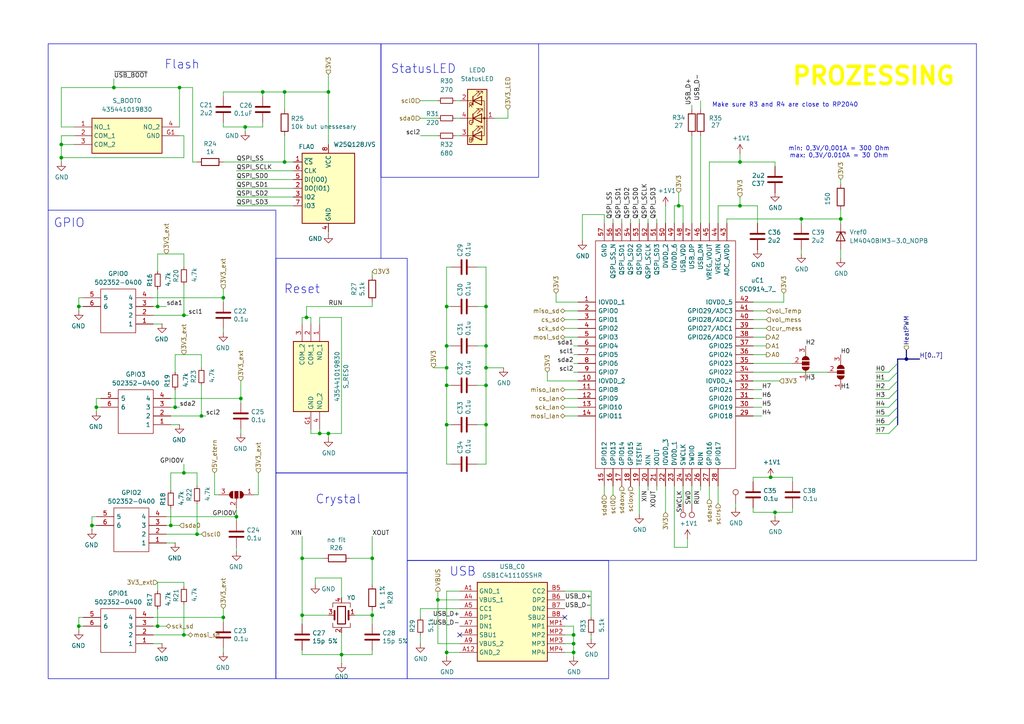
<source format=kicad_sch>
(kicad_sch (version 20231120) (generator "eeschema") (generator_version "8.0")
  (paper "A4")
  (junction (at 45.72 88.9))
  (junction (at 223.52 138.43))
  (junction (at 71.12 36.83))
  (junction (at 243.84 63.5))
  (junction (at 140.97 111.76))
  (junction (at 214.63 46.99))
  (junction (at 95.25 125.73))
  (junction (at 140.97 100.33))
  (junction (at 129.54 88.9))
  (junction (at 127 173.99))
  (junction (at 17.78 45.72))
  (junction (at 88.9 92.075))
  (junction (at 87.63 178.435))
  (junction (at 129.54 189.23))
  (junction (at 50.8 118.11))
  (junction (at 76.2 26.67))
  (junction (at 68.58 149.86))
  (junction (at 64.77 86.36))
  (junction (at 107.95 178.435))
  (junction (at 22.86 88.9))
  (junction (at 45.72 181.61))
  (junction (at 53.34 184.15))
  (junction (at 224.79 148.59))
  (junction (at 52.07 25.4))
  (junction (at 82.55 26.67))
  (junction (at 53.34 91.44))
  (junction (at 129.54 123.19))
  (junction (at 82.55 46.99))
  (junction (at 129.54 111.76))
  (junction (at 22.86 181.61))
  (junction (at 64.77 179.07))
  (junction (at 140.97 123.19))
  (junction (at 49.53 152.4))
  (junction (at 33.02 25.4))
  (junction (at 129.54 100.33))
  (junction (at 262.89 104.14))
  (junction (at 232.41 63.5))
  (junction (at 99.06 189.865))
  (junction (at 140.97 106.68))
  (junction (at 92.71 125.73))
  (junction (at 27.94 118.11))
  (junction (at 196.85 59.69))
  (junction (at 26.67 152.4))
  (junction (at 57.15 154.94))
  (junction (at 95.25 26.67))
  (junction (at 214.63 59.69))
  (junction (at 129.54 106.68))
  (junction (at 87.63 161.925))
  (junction (at 53.34 137.16))
  (junction (at 58.42 120.65))
  (junction (at 17.78 41.91))
  (junction (at 107.95 161.925))
  (junction (at 69.85 115.57))
  (junction (at 166.37 189.23))
  (junction (at 166.37 186.69))
  (junction (at 166.37 184.15))
  (junction (at 140.97 88.9))
  (no_connect (at 133.35 184.15))
  (no_connect (at 163.83 179.07))
  (bus_entry (at 257.81 115.57) (size 2.54 -2.54))
  (bus_entry (at 257.81 123.19) (size 2.54 -2.54))
  (bus_entry (at 257.81 113.03) (size 2.54 -2.54))
  (bus_entry (at 257.81 110.49) (size 2.54 -2.54))
  (bus_entry (at 257.81 118.11) (size 2.54 -2.54))
  (bus_entry (at 257.81 125.73) (size 2.54 -2.54))
  (bus_entry (at 260.35 105.41) (size -2.54 2.54))
  (bus_entry (at 257.81 120.65) (size 2.54 -2.54))
  (wire (pts (xy 254 113.03) (xy 257.81 113.03)))
  (wire (pts (xy 166.37 107.95) (xy 167.64 107.95)))
  (wire (pts (xy 163.83 189.23) (xy 166.37 189.23)))
  (wire (pts (xy 121.92 186.69) (xy 121.92 184.15)))
  (wire (pts (xy 132.08 39.37) (xy 133.35 39.37)))
  (wire (pts (xy 22.86 182.88) (xy 22.86 181.61)))
  (wire (pts (xy 229.87 105.41) (xy 218.44 105.41)))
  (wire (pts (xy 210.82 63.5) (xy 210.82 64.77)))
  (wire (pts (xy 92.71 125.73) (xy 92.71 124.46)))
  (wire (pts (xy 163.83 115.57) (xy 167.64 115.57)))
  (wire (pts (xy 88.9 88.9) (xy 107.95 88.9)))
  (polyline (pts (xy 110.49 12.7) (xy 110.49 74.93)))
  (wire (pts (xy 147.32 31.75) (xy 147.32 34.29)))
  (wire (pts (xy 58.42 102.87) (xy 58.42 106.68)))
  (wire (pts (xy 133.35 189.23) (xy 129.54 189.23)))
  (wire (pts (xy 74.93 143.51) (xy 73.66 143.51)))
  (wire (pts (xy 166.37 186.69) (xy 166.37 184.15)))
  (wire (pts (xy 87.63 178.435) (xy 87.63 180.975)))
  (wire (pts (xy 190.5 63.5) (xy 190.5 64.77)))
  (wire (pts (xy 46.99 93.98) (xy 44.45 93.98)))
  (wire (pts (xy 208.28 140.97) (xy 208.28 146.05)))
  (wire (pts (xy 50.8 113.03) (xy 50.8 118.11)))
  (wire (pts (xy 232.41 63.5) (xy 243.84 63.5)))
  (wire (pts (xy 53.34 184.15) (xy 54.61 184.15)))
  (wire (pts (xy 175.26 143.51) (xy 175.26 140.97)))
  (wire (pts (xy 129.54 190.5) (xy 129.54 189.23)))
  (wire (pts (xy 205.74 46.99) (xy 205.74 64.77)))
  (wire (pts (xy 185.42 63.5) (xy 185.42 64.77)))
  (wire (pts (xy 218.44 138.43) (xy 223.52 138.43)))
  (wire (pts (xy 163.83 97.79) (xy 167.64 97.79)))
  (wire (pts (xy 132.08 29.21) (xy 133.35 29.21)))
  (wire (pts (xy 62.23 143.51) (xy 63.5 143.51)))
  (wire (pts (xy 203.2 142.24) (xy 203.2 140.97)))
  (wire (pts (xy 195.58 140.97) (xy 195.58 158.75)))
  (wire (pts (xy 219.71 59.69) (xy 219.71 64.77)))
  (wire (pts (xy 82.55 46.99) (xy 85.09 46.99)))
  (wire (pts (xy 49.53 118.11) (xy 50.8 118.11)))
  (wire (pts (xy 130.81 134.62) (xy 129.54 134.62)))
  (wire (pts (xy 99.06 167.64) (xy 91.44 167.64)))
  (wire (pts (xy 166.37 189.23) (xy 166.37 186.69)))
  (wire (pts (xy 87.63 92.075) (xy 88.9 92.075)))
  (bus (pts (xy 260.35 104.14) (xy 262.89 104.14)))
  (wire (pts (xy 22.86 88.9) (xy 24.13 88.9)))
  (wire (pts (xy 129.54 106.68) (xy 129.54 111.76)))
  (wire (pts (xy 193.04 59.69) (xy 193.04 64.77)))
  (wire (pts (xy 64.77 83.82) (xy 64.77 86.36)))
  (wire (pts (xy 208.28 59.69) (xy 214.63 59.69)))
  (wire (pts (xy 87.63 189.865) (xy 99.06 189.865)))
  (wire (pts (xy 64.77 179.07) (xy 64.77 180.34)))
  (wire (pts (xy 88.9 92.075) (xy 88.9 88.9)))
  (wire (pts (xy 99.06 92.075) (xy 99.06 125.73)))
  (wire (pts (xy 163.83 184.15) (xy 166.37 184.15)))
  (wire (pts (xy 21.59 36.83) (xy 17.78 36.83)))
  (wire (pts (xy 64.77 36.83) (xy 64.77 35.56)))
  (wire (pts (xy 57.15 146.05) (xy 57.15 154.94)))
  (wire (pts (xy 220.98 113.03) (xy 218.44 113.03)))
  (wire (pts (xy 232.41 72.39) (xy 232.41 73.66)))
  (wire (pts (xy 99.06 189.865) (xy 107.95 189.865)))
  (wire (pts (xy 232.41 63.5) (xy 232.41 64.77)))
  (wire (pts (xy 27.94 118.11) (xy 27.94 115.57)))
  (wire (pts (xy 87.63 161.925) (xy 87.63 178.435)))
  (wire (pts (xy 44.45 91.44) (xy 53.34 91.44)))
  (wire (pts (xy 158.75 110.49) (xy 167.64 110.49)))
  (wire (pts (xy 17.78 25.4) (xy 33.02 25.4)))
  (wire (pts (xy 76.2 27.94) (xy 76.2 26.67)))
  (wire (pts (xy 17.78 39.37) (xy 17.78 41.91)))
  (wire (pts (xy 45.72 168.91) (xy 45.72 171.45)))
  (wire (pts (xy 107.95 189.865) (xy 107.95 188.595)))
  (wire (pts (xy 121.92 39.37) (xy 127 39.37)))
  (wire (pts (xy 95.25 26.67) (xy 95.25 41.91)))
  (wire (pts (xy 168.91 69.85) (xy 168.91 62.23)))
  (wire (pts (xy 222.25 100.33) (xy 218.44 100.33)))
  (wire (pts (xy 121.92 34.29) (xy 127 34.29)))
  (wire (pts (xy 138.43 88.9) (xy 140.97 88.9)))
  (wire (pts (xy 214.63 57.15) (xy 214.63 59.69)))
  (wire (pts (xy 138.43 77.47) (xy 140.97 77.47)))
  (wire (pts (xy 129.54 171.45) (xy 133.35 171.45)))
  (wire (pts (xy 44.45 181.61) (xy 45.72 181.61)))
  (wire (pts (xy 161.29 87.63) (xy 167.64 87.63)))
  (bus (pts (xy 260.35 115.57) (xy 260.35 118.11)))
  (wire (pts (xy 140.97 100.33) (xy 140.97 88.9)))
  (wire (pts (xy 88.9 92.075) (xy 90.17 92.075)))
  (wire (pts (xy 107.95 178.435) (xy 107.95 180.975)))
  (wire (pts (xy 64.77 86.36) (xy 64.77 87.63)))
  (wire (pts (xy 254 120.65) (xy 257.81 120.65)))
  (wire (pts (xy 45.72 73.66) (xy 45.72 78.74)))
  (wire (pts (xy 50.8 102.87) (xy 58.42 102.87)))
  (wire (pts (xy 49.53 137.16) (xy 49.53 142.24)))
  (wire (pts (xy 140.97 106.68) (xy 146.05 106.68)))
  (wire (pts (xy 50.8 157.48) (xy 48.26 157.48)))
  (wire (pts (xy 53.34 137.16) (xy 49.53 137.16)))
  (wire (pts (xy 229.87 139.7) (xy 229.87 138.43)))
  (wire (pts (xy 140.97 106.68) (xy 140.97 100.33)))
  (wire (pts (xy 99.06 125.73) (xy 95.25 125.73)))
  (polyline (pts (xy 156.21 12.7) (xy 283.21 12.7)))
  (wire (pts (xy 121.92 29.21) (xy 127 29.21)))
  (wire (pts (xy 163.83 118.11) (xy 167.64 118.11)))
  (wire (pts (xy 140.97 106.68) (xy 140.97 111.76)))
  (bus (pts (xy 266.7 104.14) (xy 262.89 104.14)))
  (bus (pts (xy 260.35 104.14) (xy 260.35 105.41)))
  (wire (pts (xy 127 173.99) (xy 133.35 173.99)))
  (wire (pts (xy 214.63 46.99) (xy 224.79 46.99)))
  (wire (pts (xy 218.44 115.57) (xy 220.98 115.57)))
  (wire (pts (xy 224.79 148.59) (xy 229.87 148.59)))
  (wire (pts (xy 166.37 190.5) (xy 166.37 189.23)))
  (wire (pts (xy 254 123.19) (xy 257.81 123.19)))
  (wire (pts (xy 185.42 149.225) (xy 185.42 140.97)))
  (bus (pts (xy 260.35 118.11) (xy 260.35 120.65)))
  (bus (pts (xy 260.35 115.57) (xy 260.35 113.03)))
  (wire (pts (xy 177.8 63.5) (xy 177.8 64.77)))
  (wire (pts (xy 92.71 125.73) (xy 90.17 125.73)))
  (wire (pts (xy 33.02 22.86) (xy 33.02 25.4)))
  (wire (pts (xy 27.94 115.57) (xy 29.21 115.57)))
  (wire (pts (xy 85.09 59.69) (xy 68.58 59.69)))
  (wire (pts (xy 129.54 100.33) (xy 129.54 106.68)))
  (wire (pts (xy 44.45 179.07) (xy 64.77 179.07)))
  (wire (pts (xy 107.95 169.545) (xy 107.95 161.925)))
  (wire (pts (xy 82.55 26.67) (xy 95.25 26.67)))
  (wire (pts (xy 138.43 134.62) (xy 140.97 134.62)))
  (wire (pts (xy 222.25 102.87) (xy 218.44 102.87)))
  (wire (pts (xy 158.75 107.95) (xy 158.75 110.49)))
  (wire (pts (xy 166.37 102.87) (xy 167.64 102.87)))
  (wire (pts (xy 218.44 118.11) (xy 220.98 118.11)))
  (wire (pts (xy 127 171.45) (xy 127 173.99)))
  (wire (pts (xy 166.37 105.41) (xy 167.64 105.41)))
  (wire (pts (xy 224.79 46.99) (xy 224.79 48.26)))
  (wire (pts (xy 45.72 168.91) (xy 53.34 168.91)))
  (wire (pts (xy 147.32 34.29) (xy 143.51 34.29)))
  (wire (pts (xy 200.66 30.48) (xy 200.66 31.75)))
  (wire (pts (xy 49.53 147.32) (xy 49.53 152.4)))
  (bus (pts (xy 260.35 105.41) (xy 260.35 107.95)))
  (wire (pts (xy 53.34 134.62) (xy 53.34 137.16)))
  (wire (pts (xy 130.81 123.19) (xy 129.54 123.19)))
  (wire (pts (xy 45.72 88.9) (xy 48.26 88.9)))
  (wire (pts (xy 55.88 46.99) (xy 57.15 46.99)))
  (wire (pts (xy 95.25 125.73) (xy 92.71 125.73)))
  (wire (pts (xy 254 125.73) (xy 257.81 125.73)))
  (wire (pts (xy 166.37 100.33) (xy 167.64 100.33)))
  (wire (pts (xy 85.09 52.07) (xy 68.58 52.07)))
  (wire (pts (xy 99.06 192.405) (xy 99.06 189.865)))
  (wire (pts (xy 87.63 92.075) (xy 87.63 93.98)))
  (wire (pts (xy 129.54 88.9) (xy 129.54 77.47)))
  (wire (pts (xy 64.77 176.53) (xy 64.77 179.07)))
  (wire (pts (xy 163.83 113.03) (xy 167.64 113.03)))
  (wire (pts (xy 163.83 120.65) (xy 167.64 120.65)))
  (wire (pts (xy 140.97 111.76) (xy 140.97 123.19)))
  (wire (pts (xy 45.72 83.82) (xy 45.72 88.9)))
  (wire (pts (xy 227.33 87.63) (xy 218.44 87.63)))
  (wire (pts (xy 92.71 92.075) (xy 99.06 92.075)))
  (wire (pts (xy 44.45 184.15) (xy 53.34 184.15)))
  (wire (pts (xy 166.37 181.61) (xy 163.83 181.61)))
  (wire (pts (xy 17.78 39.37) (xy 21.59 39.37)))
  (wire (pts (xy 53.34 45.72) (xy 17.78 45.72)))
  (wire (pts (xy 243.84 72.39) (xy 243.84 74.93)))
  (wire (pts (xy 27.94 118.11) (xy 29.21 118.11)))
  (bus (pts (xy 262.89 104.14) (xy 262.89 101.6)))
  (wire (pts (xy 87.63 155.575) (xy 87.63 161.925)))
  (wire (pts (xy 138.43 100.33) (xy 140.97 100.33)))
  (wire (pts (xy 48.26 152.4) (xy 49.53 152.4)))
  (wire (pts (xy 102.87 178.435) (xy 107.95 178.435)))
  (wire (pts (xy 127 186.69) (xy 133.35 186.69)))
  (wire (pts (xy 187.96 140.97) (xy 187.96 142.24)))
  (wire (pts (xy 182.88 63.5) (xy 182.88 64.77)))
  (wire (pts (xy 132.08 34.29) (xy 133.35 34.29)))
  (wire (pts (xy 58.42 111.76) (xy 58.42 120.65)))
  (wire (pts (xy 82.55 31.75) (xy 82.55 26.67)))
  (wire (pts (xy 229.87 148.59) (xy 229.87 147.32)))
  (polyline (pts (xy 283.21 12.7) (xy 283.21 162.56)))
  (wire (pts (xy 210.82 63.5) (xy 232.41 63.5)))
  (wire (pts (xy 69.85 115.57) (xy 69.85 116.84)))
  (wire (pts (xy 166.37 184.15) (xy 166.37 181.61)))
  (wire (pts (xy 140.97 88.9) (xy 140.97 77.47)))
  (wire (pts (xy 87.63 189.865) (xy 87.63 188.595)))
  (wire (pts (xy 45.72 73.66) (xy 53.34 73.66)))
  (wire (pts (xy 214.63 59.69) (xy 219.71 59.69)))
  (wire (pts (xy 26.67 153.67) (xy 26.67 152.4)))
  (wire (pts (xy 195.58 59.69) (xy 196.85 59.69)))
  (wire (pts (xy 26.67 152.4) (xy 27.94 152.4)))
  (wire (pts (xy 76.2 36.83) (xy 76.2 35.56)))
  (wire (pts (xy 33.02 25.4) (xy 52.07 25.4)))
  (wire (pts (xy 22.86 88.9) (xy 22.86 86.36)))
  (wire (pts (xy 130.81 88.9) (xy 129.54 88.9)))
  (wire (pts (xy 107.95 80.01) (xy 107.95 78.74)))
  (wire (pts (xy 53.34 82.55) (xy 53.34 91.44)))
  (polyline (pts (xy 13.97 12.7) (xy 110.49 12.7)))
  (wire (pts (xy 196.85 55.88) (xy 196.85 59.69)))
  (wire (pts (xy 71.12 36.83) (xy 76.2 36.83)))
  (wire (pts (xy 195.58 158.75) (xy 199.39 158.75)))
  (wire (pts (xy 92.71 93.98) (xy 92.71 92.075)))
  (wire (pts (xy 22.86 179.07) (xy 24.13 179.07)))
  (wire (pts (xy 171.45 171.45) (xy 171.45 179.07)))
  (wire (pts (xy 200.66 140.97) (xy 200.66 146.05)))
  (wire (pts (xy 22.86 181.61) (xy 24.13 181.61)))
  (polyline (pts (xy 13.97 60.96) (xy 13.97 12.7)))
  (wire (pts (xy 222.25 97.79) (xy 218.44 97.79)))
  (wire (pts (xy 163.83 186.69) (xy 166.37 186.69)))
  (wire (pts (xy 64.77 46.99) (xy 82.55 46.99)))
  (wire (pts (xy 254 110.49) (xy 257.81 110.49)))
  (wire (pts (xy 168.91 62.23) (xy 175.26 62.23)))
  (wire (pts (xy 64.77 26.67) (xy 64.77 27.94)))
  (wire (pts (xy 95.25 67.945) (xy 95.25 67.31)))
  (wire (pts (xy 254 118.11) (xy 257.81 118.11)))
  (wire (pts (xy 243.84 63.5) (xy 243.84 64.77)))
  (wire (pts (xy 53.34 175.26) (xy 53.34 184.15)))
  (wire (pts (xy 130.81 100.33) (xy 129.54 100.33)))
  (wire (pts (xy 223.52 138.43) (xy 229.87 138.43)))
  (wire (pts (xy 107.95 88.9) (xy 107.95 87.63)))
  (wire (pts (xy 208.28 59.69) (xy 208.28 64.77)))
  (wire (pts (xy 17.78 41.91) (xy 17.78 45.72)))
  (wire (pts (xy 163.83 171.45) (xy 171.45 171.45)))
  (wire (pts (xy 195.58 59.69) (xy 195.58 64.77)))
  (wire (pts (xy 69.85 125.73) (xy 69.85 124.46)))
  (wire (pts (xy 68.58 149.86) (xy 68.58 151.13)))
  (wire (pts (xy 76.2 26.67) (xy 64.77 26.67)))
  (wire (pts (xy 90.17 93.98) (xy 90.17 92.075)))
  (wire (pts (xy 138.43 111.76) (xy 140.97 111.76)))
  (wire (pts (xy 203.2 64.77) (xy 203.2 39.37)))
  (wire (pts (xy 44.45 88.9) (xy 45.72 88.9)))
  (wire (pts (xy 49.53 152.4) (xy 52.07 152.4)))
  (wire (pts (xy 161.29 85.09) (xy 161.29 87.63)))
  (wire (pts (xy 227.33 85.09) (xy 227.33 87.63)))
  (wire (pts (xy 130.81 77.47) (xy 129.54 77.47)))
  (wire (pts (xy 62.23 137.16) (xy 62.23 143.51)))
  (wire (pts (xy 129.54 100.33) (xy 129.54 88.9)))
  (wire (pts (xy 129.54 189.23) (xy 129.54 171.45)))
  (wire (pts (xy 45.72 176.53) (xy 45.72 181.61)))
  (wire (pts (xy 55.88 25.4) (xy 52.07 25.4)))
  (wire (pts (xy 130.81 111.76) (xy 129.54 111.76)))
  (wire (pts (xy 22.86 181.61) (xy 22.86 179.07)))
  (wire (pts (xy 71.12 36.83) (xy 71.12 38.1)))
  (wire (pts (xy 17.78 36.83) (xy 17.78 25.4)))
  (wire (pts (xy 95.25 127) (xy 95.25 125.73)))
  (wire (pts (xy 22.86 90.17) (xy 22.86 88.9)))
  (wire (pts (xy 107.95 155.575) (xy 107.95 161.925)))
  (wire (pts (xy 50.8 118.11) (xy 52.07 118.11)))
  (wire (pts (xy 213.36 146.05) (xy 213.36 147.32)))
  (wire (pts (xy 48.26 154.94) (xy 57.15 154.94)))
  (wire (pts (xy 218.44 148.59) (xy 224.79 148.59)))
  (wire (pts (xy 64.77 189.23) (xy 64.77 187.96)))
  (bus (pts (xy 260.35 110.49) (xy 260.35 113.03)))
  (wire (pts (xy 58.42 120.65) (xy 59.69 120.65)))
  (wire (pts (xy 214.63 46.99) (xy 214.63 44.45)))
  (wire (pts (xy 177.8 143.51) (xy 177.8 140.97)))
  (wire (pts (xy 50.8 102.87) (xy 50.8 107.95)))
  (wire (pts (xy 218.44 110.49) (xy 226.06 110.49)))
  (wire (pts (xy 64.77 36.83) (xy 71.12 36.83)))
  (wire (pts (xy 187.96 63.5) (xy 187.96 64.77)))
  (wire (pts (xy 218.44 147.32) (xy 218.44 148.59)))
  (wire (pts (xy 64.77 96.52) (xy 64.77 95.25)))
  (wire (pts (xy 107.95 178.435) (xy 107.95 177.165)))
  (wire (pts (xy 68.58 147.32) (xy 68.58 149.86)))
  (bus (pts (xy 260.35 120.65) (xy 260.35 123.19)))
  (wire (pts (xy 163.83 90.17) (xy 167.64 90.17)))
  (wire (pts (xy 53.34 39.37) (xy 53.34 45.72)))
  (wire (pts (xy 85.09 54.61) (xy 68.58 54.61)))
  (wire (pts (xy 199.39 156.21) (xy 199.39 158.75)))
  (wire (pts (xy 254 115.57) (xy 257.81 115.57)))
  (wire (pts (xy 140.97 123.19) (xy 140.97 134.62)))
  (wire (pts (xy 107.95 161.925) (xy 101.6 161.925)))
  (wire (pts (xy 198.12 140.97) (xy 198.12 146.05)))
  (wire (pts (xy 93.98 161.925) (xy 87.63 161.925)))
  (wire (pts (xy 55.88 25.4) (xy 55.88 46.99)))
  (wire (pts (xy 99.06 189.865) (xy 99.06 183.515)))
  (wire (pts (xy 240.03 107.95) (xy 218.44 107.95)))
  (wire (pts (xy 85.09 57.15) (xy 68.58 57.15)))
  (wire (pts (xy 171.45 184.15) (xy 171.45 185.42)))
  (wire (pts (xy 68.58 160.02) (xy 68.58 158.75)))
  (wire (pts (xy 90.17 125.73) (xy 90.17 124.46)))
  (wire (pts (xy 138.43 123.19) (xy 140.97 123.19)))
  (wire (pts (xy 46.99 186.69) (xy 44.45 186.69)))
  (wire (pts (xy 53.34 73.66) (xy 53.34 77.47)))
  (wire (pts (xy 222.25 90.17) (xy 218.44 90.17)))
  (wire (pts (xy 52.07 123.19) (xy 49.53 123.19)))
  (wire (pts (xy 222.25 92.71) (xy 218.44 92.71)))
  (wire (pts (xy 76.2 26.67) (xy 82.55 26.67)))
  (wire (pts (xy 193.04 140.97) (xy 193.04 148.59)))
  (wire (pts (xy 53.34 137.16) (xy 57.15 137.16)))
  (wire (pts (xy 257.81 107.95) (xy 254 107.95)))
  (wire (pts (xy 95.25 21.59) (xy 95.25 26.67)))
  (wire (pts (xy 91.44 167.64) (xy 91.44 169.545)))
  (wire (pts (xy 222.25 95.25) (xy 218.44 95.25)))
  (wire (pts (xy 26.67 149.86) (xy 27.94 149.86)))
  (wire (pts (xy 125.73 106.68) (xy 129.54 106.68)))
  (wire (pts (xy 99.06 173.355) (xy 99.06 167.64)))
  (wire (pts (xy 190.5 142.24) (xy 190.5 140.97)))
  (wire (pts (xy 198.12 59.69) (xy 198.12 64.77)))
  (wire (pts (xy 218.44 139.7) (xy 218.44 138.43)))
  (wire (pts (xy 22.86 86.36) (xy 24.13 86.36)))
  (wire (pts (xy 243.84 52.07) (xy 243.84 53.34)))
  (wire (pts (xy 205.74 140.97) (xy 205.74 144.78)))
  (wire (pts (xy 203.2 29.21) (xy 203.2 31.75)))
  (wire (pts (xy 17.78 41.91) (xy 21.59 41.91)))
  (wire (pts (xy 163.83 92.71) (xy 167.64 92.71)))
  (wire (pts (xy 121.92 176.53) (xy 121.92 179.07)))
  (wire (pts (xy 243.84 60.96) (xy 243.84 63.5)))
  (wire (pts (xy 127 173.99) (xy 127 186.69)))
  (wire (pts (xy 224.79 148.59) (xy 224.79 149.86)))
  (wire (pts (xy 180.34 63.5) (xy 180.34 64.77)))
  (wire (pts (xy 53.34 168.91) (xy 53.34 170.18)))
  (wire (pts (xy 57.15 154.94) (xy 58.42 154.94)))
  (wire (pts (xy 57.15 137.16) (xy 57.15 140.97)))
  (wire (pts (xy 163.83 95.25) (xy 167.64 95.25)))
  (wire (pts (xy 129.54 123.19) (xy 129.54 111.76)))
  (wire (pts (xy 48.26 149.86) (xy 68.58 149.86)))
  (wire (pts (xy 200.66 64.77) (xy 200.66 39.37)))
  (wire (pts (xy 196.85 59.69) (xy 198.12 59.69)))
  (wire (pts (xy 17.78 46.99) (xy 17.78 45.72)))
  (wire (pts (xy 68.58 49.53) (xy 85.09 49.53)))
  (wire (pts (xy 129.54 134.62) (xy 129.54 123.19)))
  (wire (pts (xy 175.26 62.23) (xy 175.26 64.77)))
  (wire (pts (xy 53.34 91.44) (xy 54.61 91.44)))
  (wire (pts (xy 49.53 120.65) (xy 58.42 120.65)))
  (wire (pts (xy 74.93 137.16) (xy 74.93 143.51)))
  (wire (pts (xy 205.74 46.99) (xy 214.63 46.99)))
  (wire (pts (xy 26.67 152.4) (xy 26.67 149.86)))
  (wire (pts (xy 45.72 181.61) (xy 48.26 181.61)))
  (wire (pts (xy 49.53 115.57) (xy 69.85 115.57)))
  (polyline (pts (xy 118.11 162.56) (xy 283.21 162.56)))
  (wire (pts (xy 44.45 86.36) (xy 64.77 86.36)))
  (wire (pts (xy 218.44 120.65) (xy 220.98 120.65)))
  (wire (pts (xy 82.55 39.37) (xy 82.55 46.99)))
  (wire (pts (xy 27.94 119.38) (xy 27.94 118.11)))
  (wire (pts (xy 53.34 39.37) (xy 52.07 39.37)))
  (wire (pts (xy 52.07 25.4) (xy 52.07 36.83)))
  (bus (pts (xy 260.35 107.95) (xy 260.35 110.49)))
  (wire (pts (xy 87.63 178.435) (xy 95.25 178.435)))
  (wire (pts (xy 69.85 110.49) (xy 69.85 115.57)))
  (wire (pts (xy 121.92 176.53) (xy 133.35 176.53)))
  (rectangle (start 80.01 74.93) (end 118.11 137.16))
  (rectangle (start 80.01 137.16) (end 118.11 196.85))
  (rectangle (start 13.97 60.96) (end 80.01 196.85))
  (rectangle (start 118.11 162.56) (end 176.53 196.85))
  (rectangle (start 110.49 12.7) (end 156.21 51.435))
  (text "Reset" (at 82.296 85.471 0) (effects (font (size 2.54 2.54)) (justify left bottom)))
  (text "min: 0,3V/0,001A = 300 Ohm\nmax: 0,3V/0.010A = 30 Ohm" (at 243.332 44.196 0) (effects (font (size 1.27 1.27))))
  (text "StatusLED" (at 113.284 21.59 0) (effects (font (size 2.54 2.54)) (justify left bottom)))
  (text "Crystal" (at 91.44 146.431 0) (effects (font (size 2.54 2.54)) (justify left bottom)))
  (text "Flash" (at 47.625 20.32 0) (effects (font (size 2.54 2.54)) (justify left bottom)))
  (text "USB" (at 130.302 167.386 0) (effects (font (size 2.54 2.54)) (justify left bottom)))
  (text "Make sure R3 and R4 are close to RP2040" (at 248.92 31.242 0) (effects (font (size 1.27 1.27)) (justify right bottom)))
  (text "PROZESSING" (at 229.362 25.146 0) (effects (font (size 5 5) (thickness 1) (bold yes)) (justify left bottom)))
  (text "GPIO" (at 15.494 66.294 0) (effects (font (size 2.54 2.54)) (justify left bottom)))
  (label "QSPI_SS" (at 177.8 63.5 90))
  (label "USB_D+" (at 133.35 179.07 180))
  (label "QSPI_SD3" (at 68.58 59.69 0))
  (label "XOUT" (at 190.5 142.24 270))
  (label "QSPI_SS" (at 68.58 46.99 0))
  (label "QSPI_SD0" (at 68.58 52.07 0))
  (label "QSPI_SCLK" (at 187.96 63.5 90))
  (label "QSPI_SCLK" (at 68.58 49.53 0))
  (label "SWD" (at 200.66 142.24 270))
  (label "H6" (at 254 123.19 0))
  (label "RUN" (at 203.2 142.24 270))
  (label "scl1" (at 166.37 102.87 180))
  (label "H1" (at 254 110.49 0))
  (label "XIN" (at 87.63 155.575 180))
  (label "sda1" (at 166.37 100.33 180))
  (label "H3" (at 233.68 110.49 0))
  (label "H4" (at 254 118.11 0))
  (label "QSPI_SD0" (at 185.42 63.5 90))
  (label "sda1" (at 48.26 88.9 0))
  (label "GPIO0V" (at 53.34 134.62 180))
  (label "scl1" (at 54.61 91.44 0))
  (label "XOUT" (at 107.95 155.575 0))
  (label "H2" (at 233.68 100.33 0))
  (label "USB_D-" (at 203.2 29.21 90))
  (label "H[0..7]" (at 266.7 104.14 0))
  (label "SWCLK" (at 198.12 142.24 270))
  (label "~{USB_BOOT}" (at 33.02 22.86 0))
  (label "H1" (at 243.84 113.03 0))
  (label "H2" (at 254 113.03 0))
  (label "scl2" (at 166.37 107.95 180))
  (label "H4" (at 220.98 120.65 0))
  (label "H6" (at 220.98 115.57 0))
  (label "H7" (at 254 125.73 0))
  (label "QSPI_SD1" (at 180.34 63.5 90))
  (label "H5" (at 254 120.65 0))
  (label "XIN" (at 187.96 142.24 270))
  (label "H0" (at 254 107.95 0))
  (label "scl2" (at 59.69 120.65 0))
  (label "USB_D+" (at 163.83 173.99 0))
  (label "QSPI_SD2" (at 182.88 63.5 90))
  (label "USB_D+" (at 200.66 30.48 90))
  (label "USB_D-" (at 163.83 176.53 0))
  (label "H7" (at 220.98 113.03 0))
  (label "H5" (at 220.98 118.11 0))
  (label "QSPI_SD3" (at 190.5 63.5 90))
  (label "RUN" (at 95.25 88.9 0))
  (label "H0" (at 243.84 102.87 0))
  (label "scl2" (at 121.92 39.37 180))
  (label "GPIO0V" (at 68.58 149.86 180))
  (label "sda2" (at 52.07 118.11 0))
  (label "USB_D-" (at 133.35 181.61 180))
  (label "H3" (at 254 115.57 0))
  (label "QSPI_SD1" (at 68.58 54.61 0))
  (label "sda2" (at 166.37 105.41 180))
  (label "QSPI_SD2" (at 68.58 57.15 0))
  (hierarchical_label "sdaoxy" (shape input) (at 180.34 140.97 270))
  (hierarchical_label "mosi_sd" (shape bidirectional) (at 163.83 97.79 180))
  (hierarchical_label "3V3_ext" (shape input) (at 53.34 102.87 90))
  (hierarchical_label "cur_mess" (shape input) (at 222.25 95.25 0))
  (hierarchical_label "3V3" (shape input) (at 95.25 21.59 90))
  (hierarchical_label "3V3_ext" (shape input) (at 48.26 73.66 90))
  (hierarchical_label "cs_lan" (shape bidirectional) (at 163.83 115.57 180))
  (hierarchical_label "A2" (shape output) (at 222.25 97.79 0))
  (hierarchical_label "scl0" (shape input) (at 121.92 29.21 180))
  (hierarchical_label "3V3_ext" (shape input) (at 64.77 83.82 90))
  (hierarchical_label "3V3" (shape input) (at 226.06 110.49 0))
  (hierarchical_label "3V3_ext" (shape input) (at 45.72 168.91 180))
  (hierarchical_label "3V3_ext" (shape input) (at 74.93 137.16 90))
  (hierarchical_label "3V3" (shape input) (at 161.29 85.09 90))
  (hierarchical_label "3V3_LED" (shape input) (at 147.32 31.75 90))
  (hierarchical_label "3V3" (shape input) (at 227.33 85.09 90))
  (hierarchical_label "sda0" (shape input) (at 175.26 143.51 270))
  (hierarchical_label "VBUS" (shape output) (at 127 171.45 90))
  (hierarchical_label "3V3" (shape input) (at 214.63 57.15 90))
  (hierarchical_label "sck_lan" (shape bidirectional) (at 163.83 118.11 180))
  (hierarchical_label "3V3" (shape input) (at 243.84 52.07 90))
  (hierarchical_label "miso_sd" (shape bidirectional) (at 163.83 90.17 180))
  (hierarchical_label "vol_mess" (shape input) (at 222.25 92.71 0))
  (hierarchical_label "3V3" (shape input) (at 158.75 107.95 90))
  (hierarchical_label "A0" (shape output) (at 222.25 102.87 0))
  (hierarchical_label "3V3" (shape input) (at 107.95 78.74 0))
  (hierarchical_label "miso_lan" (shape bidirectional) (at 163.83 113.03 180))
  (hierarchical_label "mosi_lan" (shape bidirectional) (at 163.83 120.65 180))
  (hierarchical_label "sck_sd" (shape bidirectional) (at 163.83 95.25 180))
  (hierarchical_label "sclrs" (shape input) (at 208.28 146.05 270))
  (hierarchical_label "sdars" (shape input) (at 205.74 144.78 270))
  (hierarchical_label "3V3_ext" (shape input) (at 64.77 176.53 90))
  (hierarchical_label "3V3_ext" (shape input) (at 69.85 110.49 90))
  (hierarchical_label "sda0" (shape input) (at 52.07 152.4 0))
  (hierarchical_label "5V_etern" (shape input) (at 62.23 137.16 90))
  (hierarchical_label "scl0" (shape input) (at 58.42 154.94 0))
  (hierarchical_label "scl0" (shape input) (at 177.8 143.51 270))
  (hierarchical_label "3V3" (shape input) (at 193.04 148.59 270))
  (hierarchical_label "3V3" (shape input) (at 125.73 106.68 90))
  (hierarchical_label "cs_sd" (shape bidirectional) (at 163.83 92.71 180))
  (hierarchical_label "A1" (shape output) (at 222.25 100.33 0))
  (hierarchical_label "scloxy" (shape input) (at 182.88 140.97 270))
  (hierarchical_label "mosi_sd" (shape bidirectional) (at 54.61 184.15 0))
  (hierarchical_label "vol_Temp" (shape input) (at 222.25 90.17 0))
  (hierarchical_label "sck_sd" (shape bidirectional) (at 48.26 181.61 0))
  (hierarchical_label "sda0" (shape input) (at 121.92 34.29 180))
  (hierarchical_label "3V3" (shape input) (at 196.85 55.88 90))
  (hierarchical_label "HeatPWM" (shape input) (at 262.89 101.6 90))
  (symbol (lib_id "SymbolsBalloonv4:GND") (at 69.85 125.73 0) (mirror y) (unit 1)
    (property "Reference" "#PWR038" (effects (hide yes)))
    (property "Value" "GND" (at 69.723 130.1242 0))
    (property "Description" "Power symbol creates a global label with name \"GND\" , ground" (effects (hide yes)))
  )
  (symbol (lib_id "SymbolsBalloonv4:GND") (at 185.42 149.225 0) (unit 1)
    (property "Reference" "#PWR050" (effects (hide yes)))
    (property "Value" "GND" (at 185.547 153.6192 0))
    (property "Description" "Power symbol creates a global label with name \"GND\" , ground" (effects (hide yes)))
  )
  (symbol (lib_id "SymbolsBalloonv4:R_Small") (at 129.54 34.29 270) (unit 1)
    (property "Reference" "R31" (at 125.476 33.02 90))
    (property "Value" "220" (at 125.476 35.56 90))
    (property "Footprint" "Resistor_SMD:R_0603_1608Metric_Pad0.98x0.95mm_HandSolder" (effects (hide yes)))
    (property "Description" "Resistor, small symbol" (effects (hide yes)))
  )
  (symbol (lib_id "SymbolsBalloonv4:C") (at 134.62 134.62 90) (unit 1)
    (property "Reference" "C34" (at 133.4516 131.699 0) (effects (justify left)))
    (property "Value" "0.1u" (at 135.763 131.699 0) (effects (justify left)))
    (property "Footprint" "Capacitor_SMD:C_0402_1005Metric_Pad0.74x0.62mm_HandSolder" (effects (hide yes)))
    (property "Description" "Unpolarized capacitor" (effects (hide yes)))
  )
  (symbol (lib_id "SymbolsBalloonv4:C") (at 229.87 143.51 0) (unit 1)
    (property "Reference" "C38" (at 232.791 142.3416 0) (effects (justify left)))
    (property "Value" "0.1u" (at 232.791 144.653 0) (effects (justify left)))
    (property "Footprint" "Capacitor_SMD:C_0402_1005Metric_Pad0.74x0.62mm_HandSolder" (effects (hide yes)))
    (property "Description" "Unpolarized capacitor" (effects (hide yes)))
  )
  (symbol (lib_id "SymbolsBalloonv4:R") (at 107.95 173.355 180) (unit 1)
    (property "Reference" "R28" (at 113.2078 173.355 90))
    (property "Value" "1k  1%" (at 110.8964 173.355 90))
    (property "Footprint" "Resistor_SMD:R_0603_1608Metric_Pad0.98x0.95mm_HandSolder" (effects (hide yes)))
    (property "Description" "Resistor" (effects (hide yes)))
  )
  (symbol (lib_id "SymbolsBalloonv4:R") (at 60.96 46.99 270) (unit 1)
    (property "Reference" "R24" (at 60.96 41.7322 90))
    (property "Value" "1k" (at 60.96 44.0436 90))
    (property "Footprint" "Resistor_SMD:R_0603_1608Metric_Pad0.98x0.95mm_HandSolder" (effects (hide yes)))
    (property "Description" "Resistor" (effects (hide yes)))
  )
  (symbol (lib_id "SymbolsBalloonv4:C") (at 134.62 111.76 90) (unit 1)
    (property "Reference" "C32" (at 133.4516 108.839 0) (effects (justify left)))
    (property "Value" "0.1u" (at 135.763 108.839 0) (effects (justify left)))
    (property "Footprint" "Capacitor_SMD:C_0402_1005Metric_Pad0.74x0.62mm_HandSolder" (effects (hide yes)))
    (property "Description" "Unpolarized capacitor" (effects (hide yes)))
  )
  (symbol (lib_id "SymbolsBalloonv4:C") (at 219.71 68.58 0) (unit 1)
    (property "Reference" "C36" (at 222.631 67.4116 0) (effects (justify left)))
    (property "Value" "2u2" (at 222.631 69.723 0) (effects (justify left)))
    (property "Footprint" "Capacitor_SMD:C_0805_2012Metric_Pad1.18x1.45mm_HandSolder" (effects (hide yes)))
    (property "Description" "Unpolarized capacitor" (effects (hide yes)))
  )
  (symbol (lib_id "SymbolsBalloonv4:C") (at 69.85 120.65 0) (unit 1)
    (property "Reference" "C25" (at 72.771 119.4816 0) (effects (justify left)))
    (property "Value" "0.1u" (at 72.771 121.793 0) (effects (justify left)))
    (property "Footprint" "Capacitor_SMD:C_0402_1005Metric_Pad0.74x0.62mm_HandSolder" (effects (hide yes)))
    (property "Description" "Unpolarized capacitor" (effects (hide yes)))
  )
  (symbol (lib_id "SymbolsBalloonv4:GND") (at 219.71 72.39 0) (unit 1)
    (property "Reference" "#PWR055" (effects (hide yes)))
    (property "Value" "GND" (at 219.837 76.7842 0))
    (property "Description" "Power symbol creates a global label with name \"GND\" , ground" (effects (hide yes)))
  )
  (symbol (lib_id "SymbolsBalloonv4:GND") (at 22.86 182.88 0) (mirror y) (unit 1)
    (property "Reference" "#PWR028" (effects (hide yes)))
    (property "Value" "GND" (at 22.733 187.2742 0))
    (property "Description" "Power symbol creates a global label with name \"GND\" , ground" (effects (hide yes)))
  )
  (symbol (lib_id "SymbolsBalloonv4:GND") (at 213.36 147.32 0) (unit 1)
    (property "Reference" "#PWR053" (effects (hide yes)))
    (property "Value" "GND" (at 213.487 151.7142 0))
    (property "Description" "Power symbol creates a global label with name \"GND\" , ground" (effects (hide yes)))
  )
  (symbol (lib_id "SymbolsBalloonv4:C") (at 64.77 31.75 180) (unit 1)
    (property "Reference" "C21" (at 61.722 30.4546 0) (effects (justify left)))
    (property "Value" "2u2" (at 61.722 32.766 0) (effects (justify left)))
    (property "Footprint" "Capacitor_SMD:C_0805_2012Metric_Pad1.18x1.45mm_HandSolder" (effects (hide yes)))
    (property "Description" "Unpolarized capacitor" (effects (hide yes)))
  )
  (symbol (lib_id "SymbolsBalloonv4:R_Small") (at 53.34 80.01 180) (unit 1)
    (property "Reference" "R20" (at 51.054 80.01 90))
    (property "Value" "4.7k" (at 56.388 79.756 90))
    (property "Footprint" "Resistor_SMD:R_0603_1608Metric_Pad0.98x0.95mm_HandSolder" (effects (hide yes)))
    (property "Description" "Resistor, small symbol" (effects (hide yes)))
  )
  (symbol (lib_id "SymbolsBalloonv4:C") (at 134.62 88.9 90) (unit 1)
    (property "Reference" "C30" (at 133.4516 85.979 0) (effects (justify left)))
    (property "Value" "0.1u" (at 135.763 85.979 0) (effects (justify left)))
    (property "Footprint" "Capacitor_SMD:C_0402_1005Metric_Pad0.74x0.62mm_HandSolder" (effects (hide yes)))
    (property "Description" "Unpolarized capacitor" (effects (hide yes)))
  )
  (symbol (lib_id "SymbolsBalloonv4:GND") (at 121.92 186.69 0) (unit 1)
    (property "Reference" "#PWR044" (effects (hide yes)))
    (property "Value" "GND" (at 122.047 191.0842 0))
    (property "Description" "Power symbol creates a global label with name \"GND\" , ground" (effects (hide yes)))
  )
  (symbol (lib_id "SymbolsBalloonv4:R_Small") (at 49.53 144.78 180) (unit 1)
    (property "Reference" "R18" (at 47.244 144.78 90))
    (property "Value" "4.7k" (at 52.578 144.526 90))
    (property "Footprint" "Resistor_SMD:R_0603_1608Metric_Pad0.98x0.95mm_HandSolder" (effects (hide yes)))
    (property "Description" "Resistor, small symbol" (effects (hide yes)))
  )
  (symbol (lib_id "SymbolsBalloonv4:C") (at 64.77 184.15 0) (unit 1)
    (property "Reference" "C23" (at 67.691 182.9816 0) (effects (justify left)))
    (property "Value" "0.1u" (at 67.691 185.293 0) (effects (justify left)))
    (property "Footprint" "Capacitor_SMD:C_0402_1005Metric_Pad0.74x0.62mm_HandSolder" (effects (hide yes)))
    (property "Description" "Unpolarized capacitor" (effects (hide yes)))
  )
  (symbol (lib_id "SymbolsBalloonv4:R") (at 97.79 161.925 90) (unit 1)
    (property "Reference" "R26" (at 97.536 158.9024 90))
    (property "Value" "no fit" (at 97.536 156.591 90))
    (property "Footprint" "Resistor_SMD:R_0402_1005Metric_Pad0.72x0.64mm_HandSolder" (effects (hide yes)))
    (property "Description" "Resistor" (effects (hide yes)))
  )
  (symbol (lib_id "SymbolsBalloonv4:GND") (at 64.77 96.52 0) (mirror y) (unit 1)
    (property "Reference" "#PWR035" (effects (hide yes)))
    (property "Value" "GND" (at 64.643 100.9142 0))
    (property "Description" "Power symbol creates a global label with name \"GND\" , ground" (effects (hide yes)))
  )
  (symbol (lib_id "SymbolsBalloonv4:C") (at 134.62 77.47 90) (unit 1)
    (property "Reference" "C29" (at 133.4516 74.549 0) (effects (justify left)))
    (property "Value" "0.1u" (at 135.763 74.549 0) (effects (justify left)))
    (property "Footprint" "Capacitor_SMD:C_0402_1005Metric_Pad0.74x0.62mm_HandSolder" (effects (hide yes)))
    (property "Description" "Unpolarized capacitor" (effects (hide yes)))
  )
  (symbol (lib_id "SymbolsBalloonv4:R_Small") (at 53.34 172.72 180) (unit 1)
    (property "Reference" "R21" (at 51.054 172.72 90))
    (property "Value" "4.7k" (at 56.388 172.466 90))
    (property "Footprint" "Resistor_SMD:R_0603_1608Metric_Pad0.98x0.95mm_HandSolder" (effects (hide yes)))
    (property "Description" "Resistor, small symbol" (effects (hide yes)))
  )
  (symbol (lib_id "SymbolsBalloonv4:R_Small") (at 45.72 81.28 180) (unit 1)
    (property "Reference" "R16" (at 43.434 81.28 90))
    (property "Value" "4.7k" (at 48.768 81.026 90))
    (property "Footprint" "Resistor_SMD:R_0603_1608Metric_Pad0.98x0.95mm_HandSolder" (effects (hide yes)))
    (property "Description" "Resistor, small symbol" (effects (hide yes)))
  )
  (symbol (lib_id "SymbolsBalloonv4:GND") (at 243.84 74.93 0) (unit 1)
    (property "Reference" "#PWR060" (effects (hide yes)))
    (property "Value" "GND" (at 243.967 79.3242 0))
    (property "Description" "Power symbol creates a global label with name \"GND\" , ground" (effects (hide yes)))
  )
  (symbol (lib_id "SymbolsBalloonv4:GND") (at 50.8 157.48 0) (mirror y) (unit 1)
    (property "Reference" "#PWR033" (effects (hide yes)))
    (property "Value" "GND" (at 50.673 161.8742 0))
    (property "Description" "Power symbol creates a global label with name \"GND\" , ground" (effects (hide yes)))
  )
  (symbol (lib_id "SymbolsBalloonv4:R") (at 82.55 35.56 0) (unit 1)
    (property "Reference" "R25" (at 84.328 34.3916 0) (effects (justify left)))
    (property "Value" "10k but unessesary" (at 84.328 36.703 0) (effects (justify left)))
    (property "Footprint" "Resistor_SMD:R_0603_1608Metric_Pad0.98x0.95mm_HandSolder" (effects (hide yes)))
    (property "Description" "Resistor" (effects (hide yes)))
  )
  (symbol (lib_id "SymbolsBalloonv4:GND") (at 46.99 186.69 0) (mirror y) (unit 1)
    (property "Reference" "#PWR032" (effects (hide yes)))
    (property "Value" "GND" (at 46.863 191.0842 0))
    (property "Description" "Power symbol creates a global label with name \"GND\" , ground" (effects (hide yes)))
  )
  (symbol (lib_id "SymbolsBalloonv4:GSB1C41110SSHR") (at 133.35 171.45 0) (unit 1)
    (property "Reference" "USB_C0" (at 148.59 164.338 0))
    (property "Value" "GSB1C41110SSHR" (at 148.59 166.878 0))
    (property "Footprint" "SamacSys_Parts:GSB1C41110SSHR" (effects (hide yes)))
    (property "Datasheet" "https://cdn.amphenol-cs.com/media/wysiwyg/files/drawing/gsb1c41x10sshr-ax1.pdf" (effects (hide yes)))
    (property "Description" "USB2.0, Type C, Top mount, Center Height 1.63mm, Single Row Surface Mount" (effects (hide yes)))
    (property "Height" "3.41" (effects (hide yes)))
    (property "Manufacturer_Name" "Amphenol Communications Solutions" (effects (hide yes)))
    (property "Manufacturer_Part_Number" "GSB1C41110SSHR" (effects (hide yes)))
  )
  (symbol (lib_id "SymbolsBalloonv4:R_Small") (at 129.54 29.21 90) (unit 1)
    (property "Reference" "R30" (at 129.54 23.495 90))
    (property "Value" "270" (at 129.54 26.035 90))
    (property "Footprint" "Resistor_SMD:R_0603_1608Metric_Pad0.98x0.95mm_HandSolder" (effects (hide yes)))
    (property "Description" "Resistor, small symbol" (effects (hide yes)))
  )
  (symbol (lib_id "SymbolsBalloonv4:GND") (at 64.77 189.23 0) (mirror y) (unit 1)
    (property "Reference" "#PWR036" (effects (hide yes)))
    (property "Value" "GND" (at 64.643 193.6242 0))
    (property "Description" "Power symbol creates a global label with name \"GND\" , ground" (effects (hide yes)))
  )
  (symbol (lib_id "SymbolsBalloonv4:C") (at 224.79 52.07 180) (unit 1)
    (property "Reference" "C37" (at 221.869 53.2384 0) (effects (justify left)))
    (property "Value" "2u2" (at 221.869 50.927 0) (effects (justify left)))
    (property "Footprint" "Capacitor_SMD:C_0805_2012Metric_Pad1.18x1.45mm_HandSolder" (effects (hide yes)))
    (property "Description" "Unpolarized capacitor" (effects (hide yes)))
  )
  (symbol (lib_id "SymbolsBalloonv4:C") (at 218.44 143.51 0) (unit 1)
    (property "Reference" "C35" (at 221.361 142.3416 0) (effects (justify left)))
    (property "Value" "0.1u" (at 221.361 144.653 0) (effects (justify left)))
    (property "Footprint" "Capacitor_SMD:C_0402_1005Metric_Pad0.74x0.62mm_HandSolder" (effects (hide yes)))
    (property "Description" "Unpolarized capacitor" (effects (hide yes)))
  )
  (symbol (lib_id "SymbolsBalloonv4:C") (at 232.41 68.58 0) (unit 1)
    (property "Reference" "C39" (at 235.331 67.4116 0) (effects (justify left)))
    (property "Value" "2u2" (at 235.331 69.723 0) (effects (justify left)))
    (property "Footprint" "Capacitor_SMD:C_0805_2012Metric_Pad1.18x1.45mm_HandSolder" (effects (hide yes)))
    (property "Description" "Unpolarized capacitor" (effects (hide yes)))
  )
  (symbol (lib_id "SymbolsBalloonv4:502352-0400") (at 24.13 179.07 0) (unit 1)
    (property "Reference" "GPIO1" (at 34.29 172.085 0))
    (property "Value" "502352-0400" (at 34.29 174.625 0))
    (property "Footprint" "SamacSys_Parts:5023520400" (effects (hide yes)))
    (property "Datasheet" "https://www.molex.com/webdocs/datasheets/pdf/en-us/5023520400_PCB_HEADERS.pdf" (effects (hide yes)))
    (property "Description" "Molex DURACLIK 502352, 2mm Pitch, 4 Way, 1 Row, Right Angle PCB Header, Surface Mount" (effects (hide yes)))
    (property "Height" "6" (effects (hide yes)))
    (property "Mouser Part Number" "538-502352-0400" (effects (hide yes)))
    (property "Mouser Price/Stock" "https://www.mouser.co.uk/ProductDetail/Molex/502352-0400?qs=trbuaetfxXR36zZJ3J6CsQ%3D%3D" (effects (hide yes)))
    (property "Manufacturer_Name" "Molex" (effects (hide yes)))
    (property "Manufacturer_Part_Number" "502352-0400" (effects (hide yes)))
  )
  (symbol (lib_id "SymbolsBalloonv4:GND") (at 146.05 106.68 0) (unit 1)
    (property "Reference" "#PWR046" (effects (hide yes)))
    (property "Value" "GND" (at 146.177 111.0742 0))
    (property "Description" "Power symbol creates a global label with name \"GND\" , ground" (effects (hide yes)))
  )
  (symbol (lib_id "SymbolsBalloonv4:GND") (at 26.67 153.67 0) (mirror y) (unit 1)
    (property "Reference" "#PWR029" (effects (hide yes)))
    (property "Value" "GND" (at 26.543 158.0642 0))
    (property "Description" "Power symbol creates a global label with name \"GND\" , ground" (effects (hide yes)))
  )
  (symbol (lib_id "SymbolsBalloonv4:GND") (at 22.86 90.17 0) (mirror y) (unit 1)
    (property "Reference" "#PWR027" (effects (hide yes)))
    (property "Value" "GND" (at 22.733 94.5642 0))
    (property "Description" "Power symbol creates a global label with name \"GND\" , ground" (effects (hide yes)))
  )
  (symbol (lib_id "SymbolsBalloonv4:GND") (at 129.54 190.5 0) (unit 1)
    (property "Reference" "#PWR045" (effects (hide yes)))
    (property "Value" "GND" (at 129.667 194.8942 0))
    (property "Description" "Power symbol creates a global label with name \"GND\" , ground" (effects (hide yes)))
  )
  (symbol (lib_id "SymbolsBalloonv4:GND") (at 232.41 73.66 0) (unit 1)
    (property "Reference" "#PWR059" (effects (hide yes)))
    (property "Value" "GND" (at 232.537 78.0542 0))
    (property "Description" "Power symbol creates a global label with name \"GND\" , ground" (effects (hide yes)))
  )
  (symbol (lib_id "SymbolsBalloonv4:502352-0400") (at 24.13 86.36 0) (unit 1)
    (property "Reference" "GPIO0" (at 34.29 79.375 0))
    (property "Value" "502352-0400" (at 34.29 81.915 0))
    (property "Footprint" "SamacSys_Parts:5023520400" (effects (hide yes)))
    (property "Datasheet" "https://www.molex.com/webdocs/datasheets/pdf/en-us/5023520400_PCB_HEADERS.pdf" (effects (hide yes)))
    (property "Description" "Molex DURACLIK 502352, 2mm Pitch, 4 Way, 1 Row, Right Angle PCB Header, Surface Mount" (effects (hide yes)))
    (property "Height" "6" (effects (hide yes)))
    (property "Mouser Part Number" "538-502352-0400" (effects (hide yes)))
    (property "Mouser Price/Stock" "https://www.mouser.co.uk/ProductDetail/Molex/502352-0400?qs=trbuaetfxXR36zZJ3J6CsQ%3D%3D" (effects (hide yes)))
    (property "Manufacturer_Name" "Molex" (effects (hide yes)))
    (property "Manufacturer_Part_Number" "502352-0400" (effects (hide yes)))
  )
  (symbol (lib_id "SymbolsBalloonv4:R_Small") (at 45.72 173.99 180) (unit 1)
    (property "Reference" "R17" (at 43.434 173.99 90))
    (property "Value" "4.7k" (at 48.768 173.736 90))
    (property "Footprint" "Resistor_SMD:R_0603_1608Metric_Pad0.98x0.95mm_HandSolder" (effects (hide yes)))
    (property "Description" "Resistor, small symbol" (effects (hide yes)))
  )
  (symbol (lib_id "SymbolsBalloonv4:C") (at 87.63 184.785 0) (unit 1)
    (property "Reference" "C27" (at 90.551 183.6166 0) (effects (justify left)))
    (property "Value" "15p 5%" (at 90.551 185.928 0) (effects (justify left)))
    (property "Footprint" "Capacitor_SMD:C_0402_1005Metric_Pad0.74x0.62mm_HandSolder" (effects (hide yes)))
    (property "Description" "Unpolarized capacitor" (effects (hide yes)))
  )
  (symbol (lib_id "SymbolsBalloonv4:502352-0400") (at 27.94 149.86 0) (unit 1)
    (property "Reference" "GPIO2" (at 38.1 142.875 0))
    (property "Value" "502352-0400" (at 38.1 145.415 0))
    (property "Footprint" "SamacSys_Parts:5023520400" (effects (hide yes)))
    (property "Datasheet" "https://www.molex.com/webdocs/datasheets/pdf/en-us/5023520400_PCB_HEADERS.pdf" (effects (hide yes)))
    (property "Description" "Molex DURACLIK 502352, 2mm Pitch, 4 Way, 1 Row, Right Angle PCB Header, Surface Mount" (effects (hide yes)))
    (property "Height" "6" (effects (hide yes)))
    (property "Mouser Part Number" "538-502352-0400" (effects (hide yes)))
    (property "Mouser Price/Stock" "https://www.mouser.co.uk/ProductDetail/Molex/502352-0400?qs=trbuaetfxXR36zZJ3J6CsQ%3D%3D" (effects (hide yes)))
    (property "Manufacturer_Name" "Molex" (effects (hide yes)))
    (property "Manufacturer_Part_Number" "502352-0400" (effects (hide yes)))
  )
  (symbol (lib_id "SymbolsBalloonv4:GND") (at 224.79 55.88 0) (unit 1)
    (property "Reference" "#PWR057" (effects (hide yes)))
    (property "Value" "GND" (at 224.917 60.2742 0))
    (property "Description" "Power symbol creates a global label with name \"GND\" , ground" (effects (hide yes)))
  )
  (symbol (lib_id "SymbolsBalloonv4:GND") (at 46.99 93.98 0) (mirror y) (unit 1)
    (property "Reference" "#PWR031" (effects (hide yes)))
    (property "Value" "GND" (at 46.863 98.3742 0))
    (property "Description" "Power symbol creates a global label with name \"GND\" , ground" (effects (hide yes)))
  )
  (symbol (lib_id "SymbolsBalloonv4:SolderJumper_3_Open") (at 243.84 107.95 270) (mirror x) (unit 1) (in_bom no)
    (property "Reference" "JP2" (effects (hide yes)))
    (property "Value" "SolderJumper_3_Open" (effects (hide yes)))
    (property "Footprint" "Jumper:SolderJumper-3_P1.3mm_Open_RoundedPad1.0x1.5mm_NumberLabels" (effects (hide yes)))
    (property "Description" "Solder Jumper, 3-pole, open" (effects (hide yes)))
  )
  (symbol (lib_id "SymbolsBalloonv4:GND") (at 95.25 67.945 0) (unit 1)
    (property "Reference" "#PWR041" (effects (hide yes)))
    (property "Value" "GND" (at 91.44 69.215 0))
    (property "Description" "Power symbol creates a global label with name \"GND\" , ground" (effects (hide yes)))
  )
  (symbol (lib_id "SymbolsBalloonv4:R") (at 200.66 35.56 0) (unit 1)
    (property "Reference" "R34" (at 196.85 34.1122 0))
    (property "Value" "27" (at 196.85 36.4236 0))
    (property "Footprint" "Resistor_SMD:R_0603_1608Metric_Pad0.98x0.95mm_HandSolder" (effects (hide yes)))
    (property "Description" "Resistor" (effects (hide yes)))
  )
  (symbol (lib_id "SymbolsBalloonv4:GND") (at 27.94 119.38 0) (mirror y) (unit 1)
    (property "Reference" "#PWR030" (effects (hide yes)))
    (property "Value" "GND" (at 27.813 123.7742 0))
    (property "Description" "Power symbol creates a global label with name \"GND\" , ground" (effects (hide yes)))
  )
  (symbol (lib_id "SymbolsBalloonv4:435441019830") (at 92.71 93.98 270) (unit 1)
    (property "Reference" "S_RES0" (at 100.33 109.22 0))
    (property "Value" "435441019830" (at 97.79 109.22 0))
    (property "Footprint" "SamacSys_Parts:435441019830" (effects (hide yes)))
    (property "Datasheet" "https://www.we-online.com/catalog/datasheet/435441019830.pdf" (effects (hide yes)))
    (property "Description" "Tactile Switches WS-TASV Tact Switch Washable 4.1x2.8x1.9 mm SMT" (effects (hide yes)))
    (property "Height" "1.9" (effects (hide yes)))
    (property "Mouser Part Number" "710-435441019830" (effects (hide yes)))
    (property "Mouser Price/Stock" "https://www.mouser.co.uk/ProductDetail/Wurth-Elektronik/435441019830?qs=ufv2HEpFn%252BQgnhl%2FsZ0Vfw%3D%3D" (effects (hide yes)))
    (property "Manufacturer_Name" "Wurth Elektronik" (effects (hide yes)))
    (property "Manufacturer_Part_Number" "435441019830" (effects (hide yes)))
  )
  (symbol (lib_id "SymbolsBalloonv4:GND") (at 171.45 185.42 0) (unit 1)
    (property "Reference" "#PWR049" (effects (hide yes)))
    (property "Value" "GND" (at 171.577 189.8142 0))
    (property "Description" "Power symbol creates a global label with name \"GND\" , ground" (effects (hide yes)))
  )
  (symbol (lib_id "SymbolsBalloonv4:R") (at 107.95 83.82 0) (unit 1)
    (property "Reference" "R27" (at 102.6922 83.82 90))
    (property "Value" "5.1k" (at 105.0036 83.82 90))
    (property "Footprint" "Resistor_SMD:R_0603_1608Metric_Pad0.98x0.95mm_HandSolder" (effects (hide yes)))
    (property "Description" "Resistor" (effects (hide yes)))
  )
  (symbol (lib_id "SymbolsBalloonv4:C") (at 76.2 31.75 0) (mirror y) (unit 1)
    (property "Reference" "C26" (at 73.279 30.5816 0) (effects (justify left)))
    (property "Value" "0.1uF" (at 73.279 32.893 0) (effects (justify left)))
    (property "Footprint" "Capacitor_SMD:C_0402_1005Metric_Pad0.74x0.62mm_HandSolder" (effects (hide yes)))
    (property "Description" "Unpolarized capacitor" (effects (hide yes)))
  )
  (symbol (lib_id "SymbolsBalloonv4:SolderJumper_3_Open") (at 233.68 105.41 270) (mirror x) (unit 1) (in_bom no)
    (property "Reference" "JP1" (effects (hide yes)))
    (property "Value" "SolderJumper_3_Open" (effects (hide yes)))
    (property "Footprint" "Jumper:SolderJumper-3_P1.3mm_Open_RoundedPad1.0x1.5mm_NumberLabels" (effects (hide yes)))
    (property "Description" "Solder Jumper, 3-pole, open" (effects (hide yes)))
  )
  (symbol (lib_id "SymbolsBalloonv4:C") (at 64.77 91.44 0) (unit 1)
    (property "Reference" "C22" (at 67.691 90.2716 0) (effects (justify left)))
    (property "Value" "0.1u" (at 67.691 92.583 0) (effects (justify left)))
    (property "Footprint" "Capacitor_SMD:C_0402_1005Metric_Pad0.74x0.62mm_HandSolder" (effects (hide yes)))
    (property "Description" "Unpolarized capacitor" (effects (hide yes)))
  )
  (symbol (lib_id "SymbolsBalloonv4:GND") (at 95.25 127 0) (unit 1)
    (property "Reference" "#PWR042" (effects (hide yes)))
    (property "Value" "GND" (at 95.377 131.3942 0))
    (property "Description" "Power symbol creates a global label with name \"GND\" , ground" (effects (hide yes)))
  )
  (symbol (lib_id "SymbolsBalloonv4:D_Zener") (at 243.84 68.58 270) (unit 1)
    (property "Reference" "Vref0" (at 246.38 67.3099 90) (effects (justify left)))
    (property "Value" "LM4040BIM3-3.0_NOPB" (at 246.38 69.8499 90) (effects (justify left)))
    (property "Footprint" "SamacSys_Parts:SOT95P237X112-3N" (effects (hide yes)))
    (property "Description" "Zener diode" (effects (hide yes)))
    (property "Height" "1.12" (effects (hide yes)))
    (property "Mouser Part Number" "926-LM4040BIM330NOPB" (effects (hide yes)))
    (property "Mouser Price/Stock" "https://www.mouser.co.uk/ProductDetail/Texas-Instruments/LM4040BIM3-3.0-NOPB?qs=QbsRYf82W3FThDimo07Imw%3D%3D" (effects (hide yes)))
    (property "Manufacturer_Name" "Texas Instruments" (effects (hide yes)))
    (property "Manufacturer_Part_Number" "LM4040BIM3-3.0/NOPB" (effects (hide yes)))
  )
  (symbol (lib_id "SymbolsBalloonv4:R") (at 203.2 35.56 0) (unit 1)
    (property "Reference" "R35" (at 207.518 34.29 0))
    (property "Value" "27" (at 207.518 36.322 0))
    (property "Footprint" "Resistor_SMD:R_0603_1608Metric_Pad0.98x0.95mm_HandSolder" (effects (hide yes)))
    (property "Description" "Resistor" (effects (hide yes)))
  )
  (symbol (lib_id "SymbolsBalloonv4:C") (at 134.62 123.19 90) (unit 1)
    (property "Reference" "C33" (at 133.4516 120.269 0) (effects (justify left)))
    (property "Value" "0.1u" (at 135.763 120.269 0) (effects (justify left)))
    (property "Footprint" "Capacitor_SMD:C_0402_1005Metric_Pad0.74x0.62mm_HandSolder" (effects (hide yes)))
    (property "Description" "Unpolarized capacitor" (effects (hide yes)))
  )
  (symbol (lib_id "SymbolsBalloonv4:GND") (at 99.06 192.405 0) (unit 1)
    (property "Reference" "#PWR043" (effects (hide yes)))
    (property "Value" "GND" (at 99.06 196.215 0))
    (property "Description" "Power symbol creates a global label with name \"GND\" , ground" (effects (hide yes)))
  )
  (symbol (lib_id "SymbolsBalloonv4:GND") (at 71.12 38.1 0) (mirror y) (unit 1)
    (property "Reference" "#PWR039" (effects (hide yes)))
    (property "Value" "GND" (at 67.31 39.37 0))
    (property "Description" "Power symbol creates a global label with name \"GND\" , ground" (effects (hide yes)))
  )
  (symbol (lib_id "SymbolsBalloonv4:TestPoint") (at 200.66 146.05 180) (unit 1) (in_bom no)
    (property "Reference" "TP1" (effects (hide yes)))
    (property "Value" "TestPoint" (effects (hide yes)))
    (property "Footprint" "TestPoint:TestPoint_Pad_D1.0mm" (effects (hide yes)))
    (property "Description" "test point" (effects (hide yes)))
  )
  (symbol (lib_id "SymbolsBalloonv4:SC0914_7_") (at 167.64 87.63 0) (unit 1)
    (property "Reference" "uC1" (at 219.71 81.3114 0))
    (property "Value" "SC0914_7_" (at 219.71 83.8514 0))
    (property "Footprint" "SamacSys_Parts:QFN40P700X700X90-57N-D" (effects (hide yes)))
    (property "Description" "Microcontrollers connect the world of software to the world of hardware. They allow developers to write software which interacts with the physical world in the same deterministic, cycle-accurate manner as digital logic. They occupy the bottom left corner of the price/performance space, outselling their more powerful brethren by a factor of ten to one. They are the workhorses that power the digital transformation of our world." (effects (hide yes)))
    (property "Height" "0.9" (effects (hide yes)))
    (property "Mouser Part Number" "358-SC09147" (effects (hide yes)))
    (property "Mouser Price/Stock" "https://www.mouser.co.uk/ProductDetail/Raspberry-Pi/SC09147?qs=T%252BzbugeAwjhSpdbCB4ve%252Bg%3D%3D" (effects (hide yes)))
    (property "Manufacturer_Name" "RASPBERRY-PI" (effects (hide yes)))
    (property "Manufacturer_Part_Number" "SC0914(7)" (effects (hide yes)))
  )
  (symbol (lib_id "SymbolsBalloonv4:R_Small") (at 171.45 181.61 180) (unit 1)
    (property "Reference" "R33" (at 169.164 181.61 90))
    (property "Value" "5.1k" (at 174.498 181.356 90))
    (property "Footprint" "Resistor_SMD:R_0603_1608Metric_Pad0.98x0.95mm_HandSolder" (effects (hide yes)))
    (property "Description" "Resistor, small symbol" (effects (hide yes)))
  )
  (symbol (lib_id "SymbolsBalloonv4:C") (at 68.58 154.94 0) (unit 1)
    (property "Reference" "C24" (at 71.501 153.7716 0) (effects (justify left)))
    (property "Value" "0.1u" (at 71.501 156.083 0) (effects (justify left)))
    (property "Footprint" "Capacitor_SMD:C_0402_1005Metric_Pad0.74x0.62mm_HandSolder" (effects (hide yes)))
    (property "Description" "Unpolarized capacitor" (effects (hide yes)))
  )
  (symbol (lib_id "SymbolsBalloonv4:C") (at 134.62 100.33 90) (unit 1)
    (property "Reference" "C31" (at 133.4516 97.409 0) (effects (justify left)))
    (property "Value" "0.1u" (at 135.763 97.409 0) (effects (justify left)))
    (property "Footprint" "Capacitor_SMD:C_0402_1005Metric_Pad0.74x0.62mm_HandSolder" (effects (hide yes)))
    (property "Description" "Unpolarized capacitor" (effects (hide yes)))
  )
  (symbol (lib_id "SymbolsBalloonv4:R_Small") (at 58.42 109.22 180) (unit 1)
    (property "Reference" "R23" (at 56.134 109.22 90))
    (property "Value" "4.7k" (at 61.468 108.966 90))
    (property "Footprint" "Resistor_SMD:R_0603_1608Metric_Pad0.98x0.95mm_HandSolder" (effects (hide yes)))
    (property "Description" "Resistor, small symbol" (effects (hide yes)))
  )
  (symbol (lib_id "SymbolsBalloonv4:LED_ARBG") (at 138.43 34.29 0) (unit 1)
    (property "Reference" "LED0" (at 138.43 20.32 0))
    (property "Value" "StatusLED" (at 138.43 22.86 0))
    (property "Footprint" "SamacSys_Parts:LTRBR37G4R4S01250" (effects (hide yes)))
    (property "Description" "RGB LED, anode/red/blue/green" (effects (hide yes)))
    (property "Height" "0.35" (effects (hide yes)))
    (property "Mouser Part Number" "720-LTRBR37GA6714" (effects (hide yes)))
    (property "Mouser Price/Stock" "https://www.mouser.co.uk/ProductDetail/ams-OSRAM/LTRBR37G-4R4S-0125-0?qs=vvQtp7zwQdPO5tl4HQ7ftA%3D%3D" (effects (hide yes)))
    (property "Manufacturer_Name" "ams OSRAM" (effects (hide yes)))
    (property "Manufacturer_Part_Number" "LTRBR37G-4R4S-0125-0" (effects (hide yes)))
  )
  (symbol (lib_id "SymbolsBalloonv4:GND") (at 17.78 46.99 0) (unit 1)
    (property "Reference" "#PWR026" (effects (hide yes)))
    (property "Value" "GND" (at 17.907 51.3842 0))
    (property "Description" "Power symbol creates a global label with name \"GND\" , ground" (effects (hide yes)))
  )
  (symbol (lib_id "SymbolsBalloonv4:TestPoint") (at 198.12 146.05 180) (unit 1) (in_bom no)
    (property "Reference" "TP0" (effects (hide yes)))
    (property "Value" "TestPoint" (effects (hide yes)))
    (property "Footprint" "TestPoint:TestPoint_Pad_D1.0mm" (effects (hide yes)))
    (property "Description" "test point" (effects (hide yes)))
  )
  (symbol (lib_id "SymbolsBalloonv4:Crystal_GND24") (at 99.06 178.435 180) (unit 1)
    (property "Reference" "Y0" (at 101.854 173.355 0))
    (property "Value" "ABM8G-12.000MHZ-4Y-T3" (effects (hide yes)))
    (property "Footprint" "SamacSys_Parts:ABM8G" (effects (hide yes)))
    (property "Description" "Four pin crystal, GND on pins 2 and 4" (effects (hide yes)))
    (property "Height" "1" (effects (hide yes)))
    (property "Mouser Part Number" "815-ABM8G-12-4YT3" (effects (hide yes)))
    (property "Mouser Price/Stock" "https://www.mouser.co.uk/ProductDetail/ABRACON/ABM8G-12.000MHZ-4Y-T3?qs=hxOQwdLlgepjgH1DpgEPEA%3D%3D" (effects (hide yes)))
    (property "Manufacturer_Name" "ABRACON" (effects (hide yes)))
    (property "Manufacturer_Part_Number" "ABM8G-12.000MHZ-4Y-T3" (effects (hide yes)))
  )
  (symbol (lib_id "SymbolsBalloonv4:+1V1") (at 223.52 138.43 0) (unit 1)
    (property "Reference" "#PWR056" (effects (hide yes)))
    (property "Value" "+1V1" (at 223.901 134.0358 0))
    (property "Description" "Power symbol creates a global label with name \"+1V1\"" (effects (hide yes)))
  )
  (symbol (lib_id "SymbolsBalloonv4:GND") (at 68.58 160.02 0) (mirror y) (unit 1)
    (property "Reference" "#PWR037" (effects (hide yes)))
    (property "Value" "GND" (at 68.453 164.4142 0))
    (property "Description" "Power symbol creates a global label with name \"GND\" , ground" (effects (hide yes)))
  )
  (symbol (lib_id "SymbolsBalloonv4:R_Small") (at 57.15 143.51 180) (unit 1)
    (property "Reference" "R22" (at 54.864 143.51 90))
    (property "Value" "4.7k" (at 60.198 143.256 90))
    (property "Footprint" "Resistor_SMD:R_0603_1608Metric_Pad0.98x0.95mm_HandSolder" (effects (hide yes)))
    (property "Description" "Resistor, small symbol" (effects (hide yes)))
  )
  (symbol (lib_id "SymbolsBalloonv4:+1V1") (at 193.04 59.69 0) (unit 1)
    (property "Reference" "#PWR051" (effects (hide yes)))
    (property "Value" "+1V1" (at 193.421 55.2958 0))
    (property "Description" "Power symbol creates a global label with name \"+1V1\"" (effects (hide yes)))
  )
  (symbol (lib_id "SymbolsBalloonv4:+1V1") (at 199.39 156.21 0) (unit 1)
    (property "Reference" "#PWR052" (effects (hide yes)))
    (property "Value" "+1V1" (at 199.771 151.8158 0))
    (property "Description" "Power symbol creates a global label with name \"+1V1\"" (effects (hide yes)))
  )
  (symbol (lib_id "SymbolsBalloonv4:W25Q128JVS") (at 95.25 54.61 0) (unit 1)
    (property "Reference" "FLA0" (at 88.9 42.545 0))
    (property "Value" "W25Q128JVS" (at 102.87 41.91 0))
    (property "Footprint" "Package_SO:SOIC-8_5.23x5.23mm_P1.27mm" (effects (hide yes)))
    (property "Datasheet" "http://www.winbond.com/resource-files/w25q128jv_dtr%20revc%2003272018%20plus.pdf" (effects (hide yes)))
    (property "Description" "128Mb Serial Flash Memory, Standard/Dual/Quad SPI, SOIC-8" (effects (hide yes)))
  )
  (symbol (lib_id "SymbolsBalloonv4:SolderJumper_3_Open") (at 68.58 143.51 0) (mirror y) (unit 1) (in_bom no)
    (property "Reference" "JP0" (effects (hide yes)))
    (property "Value" "SolderJumper_3_Open" (effects (hide yes)))
    (property "Footprint" "Jumper:SolderJumper-3_P1.3mm_Open_RoundedPad1.0x1.5mm_NumberLabels" (effects (hide yes)))
    (property "Description" "Solder Jumper, 3-pole, open" (effects (hide yes)))
  )
  (symbol (lib_id "SymbolsBalloonv4:502352-0400") (at 29.21 115.57 0) (unit 1)
    (property "Reference" "GPIO3" (at 39.37 108.585 0))
    (property "Value" "502352-0400" (at 39.37 111.125 0))
    (property "Footprint" "SamacSys_Parts:5023520400" (effects (hide yes)))
    (property "Datasheet" "https://www.molex.com/webdocs/datasheets/pdf/en-us/5023520400_PCB_HEADERS.pdf" (effects (hide yes)))
    (property "Description" "Molex DURACLIK 502352, 2mm Pitch, 4 Way, 1 Row, Right Angle PCB Header, Surface Mount" (effects (hide yes)))
    (property "Height" "6" (effects (hide yes)))
    (property "Mouser Part Number" "538-502352-0400" (effects (hide yes)))
    (property "Mouser Price/Stock" "https://www.mouser.co.uk/ProductDetail/Molex/502352-0400?qs=trbuaetfxXR36zZJ3J6CsQ%3D%3D" (effects (hide yes)))
    (property "Manufacturer_Name" "Molex" (effects (hide yes)))
    (property "Manufacturer_Part_Number" "502352-0400" (effects (hide yes)))
  )
  (symbol (lib_id "SymbolsBalloonv4:R_Small") (at 129.54 39.37 90) (unit 1)
    (property "Reference" "R32" (at 129.54 41.91 90))
    (property "Value" "680" (at 129.54 44.45 90))
    (property "Footprint" "Resistor_SMD:R_0603_1608Metric_Pad0.98x0.95mm_HandSolder" (effects (hide yes)))
    (property "Description" "Resistor, small symbol" (effects (hide yes)))
  )
  (symbol (lib_id "SymbolsBalloonv4:TestPoint") (at 213.36 146.05 0) (unit 1) (in_bom no)
    (property "Reference" "TP2" (effects (hide yes)))
    (property "Value" "TestPoint" (effects (hide yes)))
    (property "Footprint" "TestPoint:TestPoint_Pad_D1.0mm" (effects (hide yes)))
    (property "Description" "test point" (effects (hide yes)))
  )
  (symbol (lib_id "SymbolsBalloonv4:R_Small") (at 121.92 181.61 180) (unit 1)
    (property "Reference" "R29" (at 119.634 181.61 90))
    (property "Value" "5.1k" (at 124.968 181.356 90))
    (property "Footprint" "Resistor_SMD:R_0603_1608Metric_Pad0.98x0.95mm_HandSolder" (effects (hide yes)))
    (property "Description" "Resistor, small symbol" (effects (hide yes)))
  )
  (symbol (lib_id "SymbolsBalloonv4:+1V1") (at 214.63 44.45 0) (unit 1)
    (property "Reference" "#PWR054" (effects (hide yes)))
    (property "Value" "+1V1" (at 215.011 40.0558 0))
    (property "Description" "Power symbol creates a global label with name \"+1V1\"" (effects (hide yes)))
  )
  (symbol (lib_id "SymbolsBalloonv4:GND") (at 224.79 149.86 0) (unit 1)
    (property "Reference" "#PWR058" (effects (hide yes)))
    (property "Value" "GND" (at 224.917 154.2542 0))
    (property "Description" "Power symbol creates a global label with name \"GND\" , ground" (effects (hide yes)))
  )
  (symbol (lib_id "SymbolsBalloonv4:GND") (at 91.44 169.545 0) (unit 1)
    (property "Reference" "#PWR040" (effects (hide yes)))
    (property "Value" "GND" (at 95.25 170.815 0))
    (property "Description" "Power symbol creates a global label with name \"GND\" , ground" (effects (hide yes)))
  )
  (symbol (lib_id "SymbolsBalloonv4:GND") (at 168.91 69.85 0) (unit 1)
    (property "Reference" "#PWR048" (effects (hide yes)))
    (property "Value" "GND" (at 169.037 74.2442 0))
    (property "Description" "Power symbol creates a global label with name \"GND\" , ground" (effects (hide yes)))
  )
  (symbol (lib_id "SymbolsBalloonv4:R") (at 243.84 57.15 0) (unit 1)
    (property "Reference" "R36" (effects (hide yes)))
    (property "Value" "150" (at 240.03 57.658 90))
    (property "Footprint" "Resistor_SMD:R_0603_1608Metric_Pad0.98x0.95mm_HandSolder" (effects (hide yes)))
    (property "Description" "Resistor" (effects (hide yes)))
  )
  (symbol (lib_id "SymbolsBalloonv4:GND") (at 166.37 190.5 0) (unit 1)
    (property "Reference" "#PWR047" (effects (hide yes)))
    (property "Value" "GND" (at 166.497 194.8942 0))
    (property "Description" "Power symbol creates a global label with name \"GND\" , ground" (effects (hide yes)))
  )
  (symbol (lib_id "SymbolsBalloonv4:435441019830") (at 21.59 36.83 0) (unit 1)
    (property "Reference" "S_BOOT0" (at 36.83 29.21 0))
    (property "Value" "435441019830" (at 36.83 31.75 0))
    (property "Footprint" "SamacSys_Parts:435441019830" (effects (hide yes)))
    (property "Datasheet" "https://www.we-online.com/catalog/datasheet/435441019830.pdf" (effects (hide yes)))
    (property "Description" "Tactile Switches WS-TASV Tact Switch Washable 4.1x2.8x1.9 mm SMT" (effects (hide yes)))
    (property "Height" "1.9" (effects (hide yes)))
    (property "Mouser Part Number" "710-435441019830" (effects (hide yes)))
    (property "Mouser Price/Stock" "https://www.mouser.co.uk/ProductDetail/Wurth-Elektronik/435441019830?qs=ufv2HEpFn%252BQgnhl%2FsZ0Vfw%3D%3D" (effects (hide yes)))
    (property "Manufacturer_Name" "Wurth Elektronik" (effects (hide yes)))
    (property "Manufacturer_Part_Number" "435441019830" (effects (hide yes)))
  )
  (symbol (lib_id "SymbolsBalloonv4:R_Small") (at 50.8 110.49 180) (unit 1)
    (property "Reference" "R19" (at 48.514 110.49 90))
    (property "Value" "4.7k" (at 53.848 110.236 90))
    (property "Footprint" "Resistor_SMD:R_0603_1608Metric_Pad0.98x0.95mm_HandSolder" (effects (hide yes)))
    (property "Description" "Resistor, small symbol" (effects (hide yes)))
  )
  (symbol (lib_id "SymbolsBalloonv4:GND") (at 52.07 123.19 0) (mirror y) (unit 1)
    (property "Reference" "#PWR034" (effects (hide yes)))
    (property "Value" "GND" (at 51.943 127.5842 0))
    (property "Description" "Power symbol creates a global label with name \"GND\" , ground" (effects (hide yes)))
  )
  (symbol (lib_id "SymbolsBalloonv4:C") (at 107.95 184.785 0) (unit 1)
    (property "Reference" "C28" (at 110.871 183.6166 0) (effects (justify left)))
    (property "Value" "15p 5%" (at 110.871 185.928 0) (effects (justify left)))
    (property "Footprint" "Capacitor_SMD:C_0402_1005Metric_Pad0.74x0.62mm_HandSolder" (effects (hide yes)))
    (property "Description" "Unpolarized capacitor" (effects (hide yes)))
  )
)
</source>
